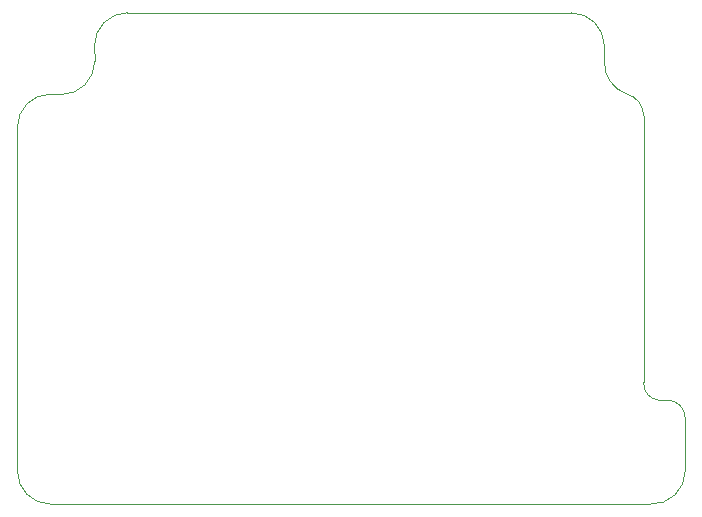
<source format=gbr>
%TF.GenerationSoftware,KiCad,Pcbnew,8.0.1*%
%TF.CreationDate,2024-07-24T10:43:19-04:00*%
%TF.ProjectId,bitaxe-ESP-OLED,62697461-7865-42d4-9553-502d4f4c4544,rev?*%
%TF.SameCoordinates,Original*%
%TF.FileFunction,Paste,Top*%
%TF.FilePolarity,Positive*%
%FSLAX46Y46*%
G04 Gerber Fmt 4.6, Leading zero omitted, Abs format (unit mm)*
G04 Created by KiCad (PCBNEW 8.0.1) date 2024-07-24 10:43:19*
%MOMM*%
%LPD*%
G01*
G04 APERTURE LIST*
%TA.AperFunction,Profile*%
%ADD10C,0.100000*%
%TD*%
G04 APERTURE END LIST*
D10*
X132873000Y-103800000D02*
G75*
G02*
X130073000Y-101000000I0J2800000D01*
G01*
X176970101Y-62204899D02*
X139400000Y-62200000D01*
X186624568Y-100999053D02*
G75*
G02*
X183647004Y-103799936I-2818968J13653D01*
G01*
X130079899Y-71879899D02*
G75*
G02*
X132879899Y-69079899I2800001J-1D01*
G01*
X132873000Y-103800000D02*
X183647000Y-103800000D01*
X136600000Y-65000000D02*
G75*
G02*
X139400000Y-62200000I2800000J0D01*
G01*
X133820101Y-69120101D02*
X132879899Y-69079899D01*
X136600000Y-65000000D02*
X136620101Y-66320101D01*
X181675506Y-69070019D02*
G75*
G02*
X179779900Y-66420101I904394J2649919D01*
G01*
X181675506Y-69070020D02*
G75*
G02*
X183102045Y-70950000I-525506J-1879980D01*
G01*
X186620000Y-96500000D02*
X186620000Y-101000000D01*
X130079899Y-71879899D02*
X130073000Y-101000000D01*
X184400000Y-95000000D02*
X185120000Y-95000000D01*
X183102045Y-70950000D02*
X183100000Y-93500000D01*
X136620101Y-66320101D02*
G75*
G02*
X133820101Y-69120101I-2800001J1D01*
G01*
X176970101Y-62204899D02*
G75*
G02*
X179770101Y-65004899I-1J-2800001D01*
G01*
X184400000Y-94999999D02*
G75*
G02*
X183100001Y-93500000I100000J1399999D01*
G01*
X179770101Y-65004899D02*
X179779899Y-66420101D01*
X185120000Y-95000000D02*
G75*
G02*
X186620000Y-96500000I0J-1500000D01*
G01*
M02*

</source>
